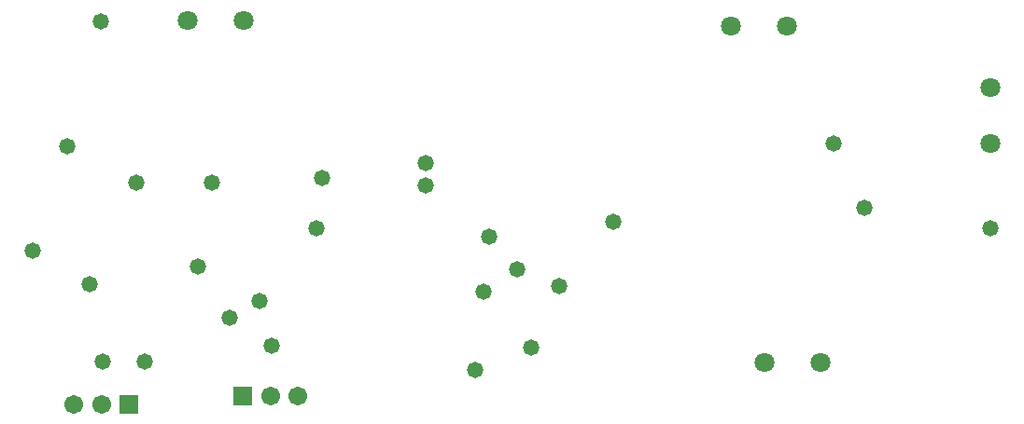
<source format=gbs>
G04*
G04 #@! TF.GenerationSoftware,Altium Limited,Altium Designer,22.10.1 (41)*
G04*
G04 Layer_Color=16711935*
%FSLAX44Y44*%
%MOMM*%
G71*
G04*
G04 #@! TF.SameCoordinates,81D378FE-F234-499D-9AEC-098A348C0B8A*
G04*
G04*
G04 #@! TF.FilePolarity,Negative*
G04*
G01*
G75*
%ADD29R,1.7112X1.7112*%
%ADD30C,1.7112*%
%ADD31C,1.8034*%
%ADD32C,1.4732*%
D29*
X130630Y65390D02*
D03*
X233900Y73010D02*
D03*
D30*
X105630Y65390D02*
D03*
X80630D02*
D03*
X283900Y73010D02*
D03*
X258900D02*
D03*
D31*
X234770Y414640D02*
D03*
X183970D02*
D03*
X676730Y409560D02*
D03*
X727530D02*
D03*
X707210Y103490D02*
D03*
X758010D02*
D03*
X911680Y302880D02*
D03*
Y353680D02*
D03*
D32*
X43000Y205090D02*
D03*
X74750Y300340D02*
D03*
X95070Y174610D02*
D03*
X105230Y413370D02*
D03*
X106500Y104760D02*
D03*
X136980Y267320D02*
D03*
X144600Y104760D02*
D03*
X192860Y191120D02*
D03*
X205560Y267320D02*
D03*
X222070Y144130D02*
D03*
X248740Y159370D02*
D03*
X260170Y118730D02*
D03*
X300810Y225410D02*
D03*
X305890Y271130D02*
D03*
X399870Y264780D02*
D03*
Y285100D02*
D03*
X444320Y97140D02*
D03*
X451940Y168260D02*
D03*
X457020Y217790D02*
D03*
X482420Y188580D02*
D03*
X495120Y117460D02*
D03*
X570050Y231760D02*
D03*
X520520Y173340D02*
D03*
X769440Y302880D02*
D03*
X797380Y244460D02*
D03*
X911680Y225410D02*
D03*
M02*

</source>
